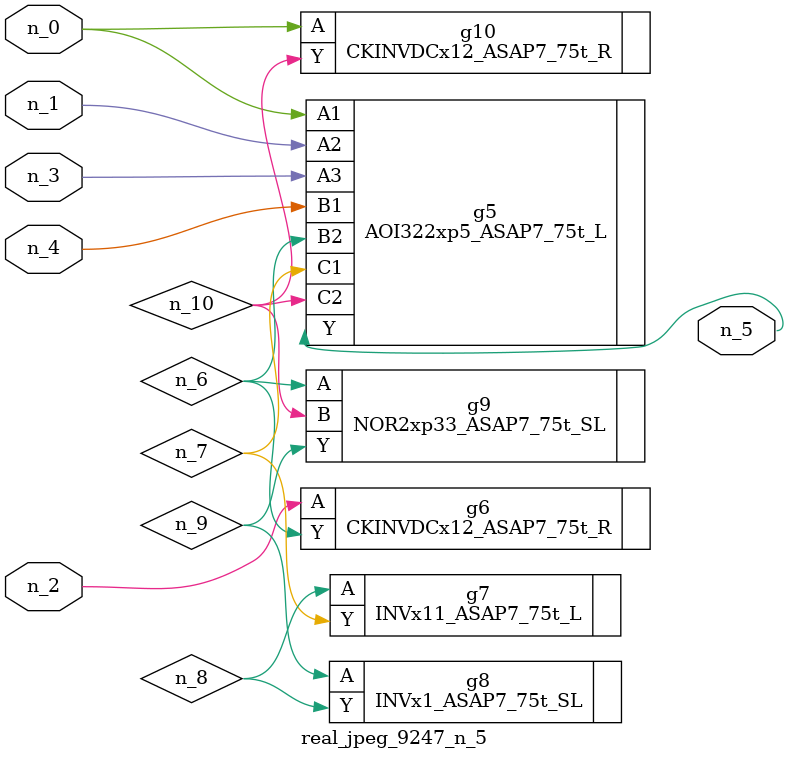
<source format=v>
module real_jpeg_9247_n_5 (n_4, n_0, n_1, n_2, n_3, n_5);

input n_4;
input n_0;
input n_1;
input n_2;
input n_3;

output n_5;

wire n_8;
wire n_6;
wire n_7;
wire n_10;
wire n_9;

AOI322xp5_ASAP7_75t_L g5 ( 
.A1(n_0),
.A2(n_1),
.A3(n_3),
.B1(n_4),
.B2(n_6),
.C1(n_7),
.C2(n_10),
.Y(n_5)
);

CKINVDCx12_ASAP7_75t_R g10 ( 
.A(n_0),
.Y(n_10)
);

CKINVDCx12_ASAP7_75t_R g6 ( 
.A(n_2),
.Y(n_6)
);

NOR2xp33_ASAP7_75t_SL g9 ( 
.A(n_6),
.B(n_10),
.Y(n_9)
);

INVx11_ASAP7_75t_L g7 ( 
.A(n_8),
.Y(n_7)
);

INVx1_ASAP7_75t_SL g8 ( 
.A(n_9),
.Y(n_8)
);


endmodule
</source>
